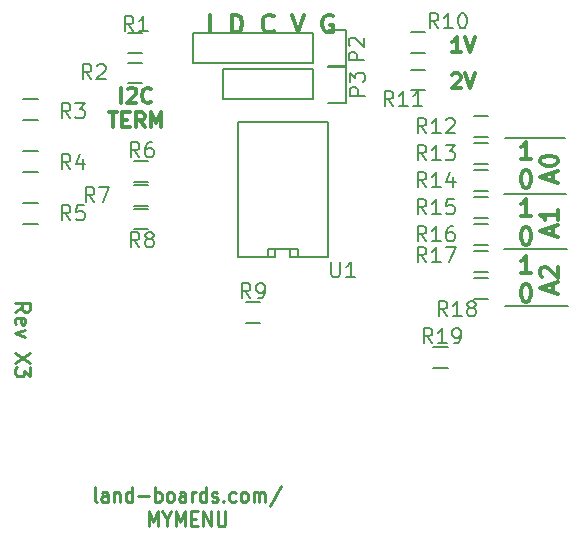
<source format=gto>
G04 #@! TF.FileFunction,Legend,Top*
%FSLAX46Y46*%
G04 Gerber Fmt 4.6, Leading zero omitted, Abs format (unit mm)*
G04 Created by KiCad (PCBNEW (after 2015-mar-04 BZR unknown)-product) date 7/16/2015 5:07:47 PM*
%MOMM*%
G01*
G04 APERTURE LIST*
%ADD10C,0.150000*%
%ADD11C,0.200000*%
%ADD12C,0.300000*%
%ADD13C,0.222250*%
%ADD14C,0.285750*%
G04 APERTURE END LIST*
D10*
D11*
X138176000Y-93472000D02*
X143510000Y-93472000D01*
D12*
X105694238Y-76243524D02*
X105694238Y-74973524D01*
X106238524Y-75094476D02*
X106299000Y-75034000D01*
X106419952Y-74973524D01*
X106722333Y-74973524D01*
X106843286Y-75034000D01*
X106903762Y-75094476D01*
X106964238Y-75215429D01*
X106964238Y-75336381D01*
X106903762Y-75517810D01*
X106178048Y-76243524D01*
X106964238Y-76243524D01*
X108234238Y-76122571D02*
X108173762Y-76183048D01*
X107992333Y-76243524D01*
X107871381Y-76243524D01*
X107689953Y-76183048D01*
X107569000Y-76062095D01*
X107508524Y-75941143D01*
X107448048Y-75699238D01*
X107448048Y-75517810D01*
X107508524Y-75275905D01*
X107569000Y-75154952D01*
X107689953Y-75034000D01*
X107871381Y-74973524D01*
X107992333Y-74973524D01*
X108173762Y-75034000D01*
X108234238Y-75094476D01*
X104635904Y-77051524D02*
X105361619Y-77051524D01*
X104998762Y-78321524D02*
X104998762Y-77051524D01*
X105784952Y-77656286D02*
X106208285Y-77656286D01*
X106389714Y-78321524D02*
X105784952Y-78321524D01*
X105784952Y-77051524D01*
X106389714Y-77051524D01*
X107659714Y-78321524D02*
X107236381Y-77716762D01*
X106934000Y-78321524D02*
X106934000Y-77051524D01*
X107417809Y-77051524D01*
X107538762Y-77112000D01*
X107599238Y-77172476D01*
X107659714Y-77293429D01*
X107659714Y-77474857D01*
X107599238Y-77595810D01*
X107538762Y-77656286D01*
X107417809Y-77716762D01*
X106934000Y-77716762D01*
X108204000Y-78321524D02*
X108204000Y-77051524D01*
X108627333Y-77958667D01*
X109050667Y-77051524D01*
X109050667Y-78321524D01*
X134438572Y-71948524D02*
X133712858Y-71948524D01*
X134075715Y-71948524D02*
X134075715Y-70678524D01*
X133954763Y-70859952D01*
X133833810Y-70980905D01*
X133712858Y-71041381D01*
X134801429Y-70678524D02*
X135224763Y-71948524D01*
X135648096Y-70678524D01*
X133712858Y-73847476D02*
X133773334Y-73787000D01*
X133894286Y-73726524D01*
X134196667Y-73726524D01*
X134317620Y-73787000D01*
X134378096Y-73847476D01*
X134438572Y-73968429D01*
X134438572Y-74089381D01*
X134378096Y-74270810D01*
X133652382Y-74996524D01*
X134438572Y-74996524D01*
X134801429Y-73726524D02*
X135224763Y-74996524D01*
X135648096Y-73726524D01*
D11*
X138176000Y-79248000D02*
X143256000Y-79248000D01*
D12*
X140382572Y-81012571D02*
X139525429Y-81012571D01*
X139954001Y-81012571D02*
X139954001Y-79512571D01*
X139811144Y-79726857D01*
X139668286Y-79869714D01*
X139525429Y-79941143D01*
X139882572Y-81912571D02*
X140025429Y-81912571D01*
X140168286Y-81984000D01*
X140239715Y-82055429D01*
X140311144Y-82198286D01*
X140382572Y-82484000D01*
X140382572Y-82841143D01*
X140311144Y-83126857D01*
X140239715Y-83269714D01*
X140168286Y-83341143D01*
X140025429Y-83412571D01*
X139882572Y-83412571D01*
X139739715Y-83341143D01*
X139668286Y-83269714D01*
X139596858Y-83126857D01*
X139525429Y-82841143D01*
X139525429Y-82484000D01*
X139596858Y-82198286D01*
X139668286Y-82055429D01*
X139739715Y-81984000D01*
X139882572Y-81912571D01*
D11*
X138054000Y-88570000D02*
X143454000Y-88570000D01*
X138054000Y-83970000D02*
X143354000Y-83970000D01*
D12*
X142236000Y-92257428D02*
X142236000Y-91543142D01*
X142664571Y-92400285D02*
X141164571Y-91900285D01*
X142664571Y-91400285D01*
X141307429Y-90971714D02*
X141236000Y-90900285D01*
X141164571Y-90757428D01*
X141164571Y-90400285D01*
X141236000Y-90257428D01*
X141307429Y-90185999D01*
X141450286Y-90114571D01*
X141593143Y-90114571D01*
X141807429Y-90185999D01*
X142664571Y-91043142D01*
X142664571Y-90114571D01*
X142236000Y-87431428D02*
X142236000Y-86717142D01*
X142664571Y-87574285D02*
X141164571Y-87074285D01*
X142664571Y-86574285D01*
X142664571Y-85288571D02*
X142664571Y-86145714D01*
X142664571Y-85717142D02*
X141164571Y-85717142D01*
X141378857Y-85859999D01*
X141521714Y-86002857D01*
X141593143Y-86145714D01*
X142236000Y-82859428D02*
X142236000Y-82145142D01*
X142664571Y-83002285D02*
X141164571Y-82502285D01*
X142664571Y-82002285D01*
X141164571Y-81216571D02*
X141164571Y-81073714D01*
X141236000Y-80930857D01*
X141307429Y-80859428D01*
X141450286Y-80787999D01*
X141736000Y-80716571D01*
X142093143Y-80716571D01*
X142378857Y-80787999D01*
X142521714Y-80859428D01*
X142593143Y-80930857D01*
X142664571Y-81073714D01*
X142664571Y-81216571D01*
X142593143Y-81359428D01*
X142521714Y-81430857D01*
X142378857Y-81502285D01*
X142093143Y-81573714D01*
X141736000Y-81573714D01*
X141450286Y-81502285D01*
X141307429Y-81430857D01*
X141236000Y-81359428D01*
X141164571Y-81216571D01*
X140382572Y-90664571D02*
X139525429Y-90664571D01*
X139954001Y-90664571D02*
X139954001Y-89164571D01*
X139811144Y-89378857D01*
X139668286Y-89521714D01*
X139525429Y-89593143D01*
X139882572Y-91564571D02*
X140025429Y-91564571D01*
X140168286Y-91636000D01*
X140239715Y-91707429D01*
X140311144Y-91850286D01*
X140382572Y-92136000D01*
X140382572Y-92493143D01*
X140311144Y-92778857D01*
X140239715Y-92921714D01*
X140168286Y-92993143D01*
X140025429Y-93064571D01*
X139882572Y-93064571D01*
X139739715Y-92993143D01*
X139668286Y-92921714D01*
X139596858Y-92778857D01*
X139525429Y-92493143D01*
X139525429Y-92136000D01*
X139596858Y-91850286D01*
X139668286Y-91707429D01*
X139739715Y-91636000D01*
X139882572Y-91564571D01*
X140382572Y-85838571D02*
X139525429Y-85838571D01*
X139954001Y-85838571D02*
X139954001Y-84338571D01*
X139811144Y-84552857D01*
X139668286Y-84695714D01*
X139525429Y-84767143D01*
X139882572Y-86738571D02*
X140025429Y-86738571D01*
X140168286Y-86810000D01*
X140239715Y-86881429D01*
X140311144Y-87024286D01*
X140382572Y-87310000D01*
X140382572Y-87667143D01*
X140311144Y-87952857D01*
X140239715Y-88095714D01*
X140168286Y-88167143D01*
X140025429Y-88238571D01*
X139882572Y-88238571D01*
X139739715Y-88167143D01*
X139668286Y-88095714D01*
X139596858Y-87952857D01*
X139525429Y-87667143D01*
X139525429Y-87310000D01*
X139596858Y-87024286D01*
X139668286Y-86881429D01*
X139739715Y-86810000D01*
X139882572Y-86738571D01*
X113221429Y-70278571D02*
X113221429Y-68778571D01*
X115078572Y-70278571D02*
X115078572Y-68778571D01*
X115435715Y-68778571D01*
X115650000Y-68850000D01*
X115792858Y-68992857D01*
X115864286Y-69135714D01*
X115935715Y-69421429D01*
X115935715Y-69635714D01*
X115864286Y-69921429D01*
X115792858Y-70064286D01*
X115650000Y-70207143D01*
X115435715Y-70278571D01*
X115078572Y-70278571D01*
X118578572Y-70135714D02*
X118507143Y-70207143D01*
X118292857Y-70278571D01*
X118150000Y-70278571D01*
X117935715Y-70207143D01*
X117792857Y-70064286D01*
X117721429Y-69921429D01*
X117650000Y-69635714D01*
X117650000Y-69421429D01*
X117721429Y-69135714D01*
X117792857Y-68992857D01*
X117935715Y-68850000D01*
X118150000Y-68778571D01*
X118292857Y-68778571D01*
X118507143Y-68850000D01*
X118578572Y-68921429D01*
X120150000Y-68778571D02*
X120650000Y-70278571D01*
X121150000Y-68778571D01*
X123578571Y-68850000D02*
X123435714Y-68778571D01*
X123221428Y-68778571D01*
X123007143Y-68850000D01*
X122864285Y-68992857D01*
X122792857Y-69135714D01*
X122721428Y-69421429D01*
X122721428Y-69635714D01*
X122792857Y-69921429D01*
X122864285Y-70064286D01*
X123007143Y-70207143D01*
X123221428Y-70278571D01*
X123364285Y-70278571D01*
X123578571Y-70207143D01*
X123650000Y-70135714D01*
X123650000Y-69635714D01*
X123364285Y-69635714D01*
D13*
X96707476Y-93937667D02*
X97312238Y-93514334D01*
X96707476Y-93211953D02*
X97977476Y-93211953D01*
X97977476Y-93695762D01*
X97917000Y-93816715D01*
X97856524Y-93877191D01*
X97735571Y-93937667D01*
X97554143Y-93937667D01*
X97433190Y-93877191D01*
X97372714Y-93816715D01*
X97312238Y-93695762D01*
X97312238Y-93211953D01*
X96767952Y-94965762D02*
X96707476Y-94844810D01*
X96707476Y-94602905D01*
X96767952Y-94481953D01*
X96888905Y-94421477D01*
X97372714Y-94421477D01*
X97493667Y-94481953D01*
X97554143Y-94602905D01*
X97554143Y-94844810D01*
X97493667Y-94965762D01*
X97372714Y-95026239D01*
X97251762Y-95026239D01*
X97130810Y-94421477D01*
X97554143Y-95449572D02*
X96707476Y-95751953D01*
X97554143Y-96054333D01*
X97977476Y-97384810D02*
X96707476Y-98231476D01*
X97977476Y-98231476D02*
X96707476Y-97384810D01*
X97977476Y-98594334D02*
X97977476Y-99380524D01*
X97493667Y-98957191D01*
X97493667Y-99138619D01*
X97433190Y-99259572D01*
X97372714Y-99320048D01*
X97251762Y-99380524D01*
X96949381Y-99380524D01*
X96828429Y-99320048D01*
X96767952Y-99259572D01*
X96707476Y-99138619D01*
X96707476Y-98775762D01*
X96767952Y-98654810D01*
X96828429Y-98594334D01*
D14*
X103604786Y-110032649D02*
X103495928Y-109972173D01*
X103441500Y-109851220D01*
X103441500Y-108762649D01*
X104530071Y-110032649D02*
X104530071Y-109367411D01*
X104475642Y-109246458D01*
X104366785Y-109185982D01*
X104149071Y-109185982D01*
X104040214Y-109246458D01*
X104530071Y-109972173D02*
X104421214Y-110032649D01*
X104149071Y-110032649D01*
X104040214Y-109972173D01*
X103985785Y-109851220D01*
X103985785Y-109730268D01*
X104040214Y-109609315D01*
X104149071Y-109548839D01*
X104421214Y-109548839D01*
X104530071Y-109488363D01*
X105074357Y-109185982D02*
X105074357Y-110032649D01*
X105074357Y-109306935D02*
X105128785Y-109246458D01*
X105237643Y-109185982D01*
X105400928Y-109185982D01*
X105509785Y-109246458D01*
X105564214Y-109367411D01*
X105564214Y-110032649D01*
X106598357Y-110032649D02*
X106598357Y-108762649D01*
X106598357Y-109972173D02*
X106489500Y-110032649D01*
X106271786Y-110032649D01*
X106162928Y-109972173D01*
X106108500Y-109911696D01*
X106054071Y-109790744D01*
X106054071Y-109427887D01*
X106108500Y-109306935D01*
X106162928Y-109246458D01*
X106271786Y-109185982D01*
X106489500Y-109185982D01*
X106598357Y-109246458D01*
X107142643Y-109548839D02*
X108013500Y-109548839D01*
X108557786Y-110032649D02*
X108557786Y-108762649D01*
X108557786Y-109246458D02*
X108666643Y-109185982D01*
X108884357Y-109185982D01*
X108993214Y-109246458D01*
X109047643Y-109306935D01*
X109102072Y-109427887D01*
X109102072Y-109790744D01*
X109047643Y-109911696D01*
X108993214Y-109972173D01*
X108884357Y-110032649D01*
X108666643Y-110032649D01*
X108557786Y-109972173D01*
X109755215Y-110032649D02*
X109646357Y-109972173D01*
X109591929Y-109911696D01*
X109537500Y-109790744D01*
X109537500Y-109427887D01*
X109591929Y-109306935D01*
X109646357Y-109246458D01*
X109755215Y-109185982D01*
X109918500Y-109185982D01*
X110027357Y-109246458D01*
X110081786Y-109306935D01*
X110136215Y-109427887D01*
X110136215Y-109790744D01*
X110081786Y-109911696D01*
X110027357Y-109972173D01*
X109918500Y-110032649D01*
X109755215Y-110032649D01*
X111115929Y-110032649D02*
X111115929Y-109367411D01*
X111061500Y-109246458D01*
X110952643Y-109185982D01*
X110734929Y-109185982D01*
X110626072Y-109246458D01*
X111115929Y-109972173D02*
X111007072Y-110032649D01*
X110734929Y-110032649D01*
X110626072Y-109972173D01*
X110571643Y-109851220D01*
X110571643Y-109730268D01*
X110626072Y-109609315D01*
X110734929Y-109548839D01*
X111007072Y-109548839D01*
X111115929Y-109488363D01*
X111660215Y-110032649D02*
X111660215Y-109185982D01*
X111660215Y-109427887D02*
X111714643Y-109306935D01*
X111769072Y-109246458D01*
X111877929Y-109185982D01*
X111986786Y-109185982D01*
X112857643Y-110032649D02*
X112857643Y-108762649D01*
X112857643Y-109972173D02*
X112748786Y-110032649D01*
X112531072Y-110032649D01*
X112422214Y-109972173D01*
X112367786Y-109911696D01*
X112313357Y-109790744D01*
X112313357Y-109427887D01*
X112367786Y-109306935D01*
X112422214Y-109246458D01*
X112531072Y-109185982D01*
X112748786Y-109185982D01*
X112857643Y-109246458D01*
X113347500Y-109972173D02*
X113456357Y-110032649D01*
X113674072Y-110032649D01*
X113782929Y-109972173D01*
X113837357Y-109851220D01*
X113837357Y-109790744D01*
X113782929Y-109669792D01*
X113674072Y-109609315D01*
X113510786Y-109609315D01*
X113401929Y-109548839D01*
X113347500Y-109427887D01*
X113347500Y-109367411D01*
X113401929Y-109246458D01*
X113510786Y-109185982D01*
X113674072Y-109185982D01*
X113782929Y-109246458D01*
X114327215Y-109911696D02*
X114381643Y-109972173D01*
X114327215Y-110032649D01*
X114272786Y-109972173D01*
X114327215Y-109911696D01*
X114327215Y-110032649D01*
X115361358Y-109972173D02*
X115252501Y-110032649D01*
X115034787Y-110032649D01*
X114925929Y-109972173D01*
X114871501Y-109911696D01*
X114817072Y-109790744D01*
X114817072Y-109427887D01*
X114871501Y-109306935D01*
X114925929Y-109246458D01*
X115034787Y-109185982D01*
X115252501Y-109185982D01*
X115361358Y-109246458D01*
X116014501Y-110032649D02*
X115905643Y-109972173D01*
X115851215Y-109911696D01*
X115796786Y-109790744D01*
X115796786Y-109427887D01*
X115851215Y-109306935D01*
X115905643Y-109246458D01*
X116014501Y-109185982D01*
X116177786Y-109185982D01*
X116286643Y-109246458D01*
X116341072Y-109306935D01*
X116395501Y-109427887D01*
X116395501Y-109790744D01*
X116341072Y-109911696D01*
X116286643Y-109972173D01*
X116177786Y-110032649D01*
X116014501Y-110032649D01*
X116885358Y-110032649D02*
X116885358Y-109185982D01*
X116885358Y-109306935D02*
X116939786Y-109246458D01*
X117048644Y-109185982D01*
X117211929Y-109185982D01*
X117320786Y-109246458D01*
X117375215Y-109367411D01*
X117375215Y-110032649D01*
X117375215Y-109367411D02*
X117429644Y-109246458D01*
X117538501Y-109185982D01*
X117701786Y-109185982D01*
X117810644Y-109246458D01*
X117865072Y-109367411D01*
X117865072Y-110032649D01*
X119225786Y-108702173D02*
X118246072Y-110335030D01*
X108013500Y-112096399D02*
X108013500Y-110826399D01*
X108394500Y-111733542D01*
X108775500Y-110826399D01*
X108775500Y-112096399D01*
X109537500Y-111491637D02*
X109537500Y-112096399D01*
X109156500Y-110826399D02*
X109537500Y-111491637D01*
X109918500Y-110826399D01*
X110299500Y-112096399D02*
X110299500Y-110826399D01*
X110680500Y-111733542D01*
X111061500Y-110826399D01*
X111061500Y-112096399D01*
X111605786Y-111431161D02*
X111986786Y-111431161D01*
X112150072Y-112096399D02*
X111605786Y-112096399D01*
X111605786Y-110826399D01*
X112150072Y-110826399D01*
X112639929Y-112096399D02*
X112639929Y-110826399D01*
X113293072Y-112096399D01*
X113293072Y-110826399D01*
X113837358Y-110826399D02*
X113837358Y-111854494D01*
X113891786Y-111975446D01*
X113946215Y-112035923D01*
X114055072Y-112096399D01*
X114272786Y-112096399D01*
X114381644Y-112035923D01*
X114436072Y-111975446D01*
X114490501Y-111854494D01*
X114490501Y-110826399D01*
D10*
X130210000Y-70245000D02*
X131410000Y-70245000D01*
X131410000Y-71995000D02*
X130210000Y-71995000D01*
X130210000Y-73420000D02*
X131410000Y-73420000D01*
X131410000Y-75170000D02*
X130210000Y-75170000D01*
X123190000Y-70078000D02*
X124740000Y-70078000D01*
X124740000Y-70078000D02*
X124740000Y-73178000D01*
X124740000Y-73178000D02*
X123190000Y-73178000D01*
X121920000Y-72898000D02*
X111760000Y-72898000D01*
X111760000Y-72898000D02*
X111760000Y-70358000D01*
X111760000Y-70358000D02*
X121920000Y-70358000D01*
X121920000Y-72898000D02*
X121920000Y-70358000D01*
X135544000Y-77357000D02*
X136744000Y-77357000D01*
X136744000Y-79107000D02*
X135544000Y-79107000D01*
X135544000Y-79643000D02*
X136744000Y-79643000D01*
X136744000Y-81393000D02*
X135544000Y-81393000D01*
X135544000Y-84215000D02*
X136744000Y-84215000D01*
X136744000Y-85965000D02*
X135544000Y-85965000D01*
X135544000Y-88787000D02*
X136744000Y-88787000D01*
X136744000Y-90537000D02*
X135544000Y-90537000D01*
X107484000Y-72055000D02*
X106284000Y-72055000D01*
X106284000Y-70305000D02*
X107484000Y-70305000D01*
X107484000Y-74595000D02*
X106284000Y-74595000D01*
X106284000Y-72845000D02*
X107484000Y-72845000D01*
X97400000Y-84725000D02*
X98600000Y-84725000D01*
X98600000Y-86475000D02*
X97400000Y-86475000D01*
X97400000Y-80325000D02*
X98600000Y-80325000D01*
X98600000Y-82075000D02*
X97400000Y-82075000D01*
X97400000Y-75925000D02*
X98600000Y-75925000D01*
X98600000Y-77675000D02*
X97400000Y-77675000D01*
X107940000Y-82945000D02*
X106740000Y-82945000D01*
X106740000Y-81195000D02*
X107940000Y-81195000D01*
X107940000Y-84945000D02*
X106740000Y-84945000D01*
X106740000Y-83195000D02*
X107940000Y-83195000D01*
X107940000Y-86945000D02*
X106740000Y-86945000D01*
X106740000Y-85195000D02*
X107940000Y-85195000D01*
X117440000Y-94855000D02*
X116240000Y-94855000D01*
X116240000Y-93105000D02*
X117440000Y-93105000D01*
X132115000Y-96915000D02*
X133315000Y-96915000D01*
X133315000Y-98665000D02*
X132115000Y-98665000D01*
X136744000Y-83679000D02*
X135544000Y-83679000D01*
X135544000Y-81929000D02*
X136744000Y-81929000D01*
X136744000Y-88251000D02*
X135544000Y-88251000D01*
X135544000Y-86501000D02*
X136744000Y-86501000D01*
X136744000Y-92823000D02*
X135544000Y-92823000D01*
X135544000Y-91073000D02*
X136744000Y-91073000D01*
X120650000Y-89281000D02*
X120015000Y-89281000D01*
X120015000Y-89281000D02*
X120015000Y-88646000D01*
X120015000Y-88646000D02*
X118745000Y-88646000D01*
X118745000Y-88646000D02*
X118745000Y-89281000D01*
X118745000Y-89281000D02*
X118110000Y-89281000D01*
X115570000Y-89281000D02*
X115570000Y-77851000D01*
X115570000Y-77851000D02*
X123190000Y-77851000D01*
X123190000Y-77851000D02*
X123190000Y-89281000D01*
X123190000Y-89281000D02*
X120650000Y-89281000D01*
X120650000Y-89281000D02*
X120650000Y-88646000D01*
X120650000Y-88646000D02*
X118110000Y-88646000D01*
X118110000Y-88646000D02*
X118110000Y-89281000D01*
X118110000Y-89281000D02*
X115570000Y-89281000D01*
X121920000Y-73406000D02*
X114300000Y-73406000D01*
X121920000Y-75946000D02*
X114300000Y-75946000D01*
X124740000Y-76226000D02*
X123190000Y-76226000D01*
X114300000Y-73406000D02*
X114300000Y-75946000D01*
X121920000Y-75946000D02*
X121920000Y-73406000D01*
X123190000Y-73126000D02*
X124740000Y-73126000D01*
X124740000Y-73126000D02*
X124740000Y-76226000D01*
X132533571Y-69916524D02*
X132110238Y-69311762D01*
X131807857Y-69916524D02*
X131807857Y-68646524D01*
X132291666Y-68646524D01*
X132412619Y-68707000D01*
X132473095Y-68767476D01*
X132533571Y-68888429D01*
X132533571Y-69069857D01*
X132473095Y-69190810D01*
X132412619Y-69251286D01*
X132291666Y-69311762D01*
X131807857Y-69311762D01*
X133743095Y-69916524D02*
X133017381Y-69916524D01*
X133380238Y-69916524D02*
X133380238Y-68646524D01*
X133259286Y-68827952D01*
X133138333Y-68948905D01*
X133017381Y-69009381D01*
X134529286Y-68646524D02*
X134650238Y-68646524D01*
X134771190Y-68707000D01*
X134831667Y-68767476D01*
X134892143Y-68888429D01*
X134952619Y-69130333D01*
X134952619Y-69432714D01*
X134892143Y-69674619D01*
X134831667Y-69795571D01*
X134771190Y-69856048D01*
X134650238Y-69916524D01*
X134529286Y-69916524D01*
X134408333Y-69856048D01*
X134347857Y-69795571D01*
X134287381Y-69674619D01*
X134226905Y-69432714D01*
X134226905Y-69130333D01*
X134287381Y-68888429D01*
X134347857Y-68767476D01*
X134408333Y-68707000D01*
X134529286Y-68646524D01*
X128723571Y-76520524D02*
X128300238Y-75915762D01*
X127997857Y-76520524D02*
X127997857Y-75250524D01*
X128481666Y-75250524D01*
X128602619Y-75311000D01*
X128663095Y-75371476D01*
X128723571Y-75492429D01*
X128723571Y-75673857D01*
X128663095Y-75794810D01*
X128602619Y-75855286D01*
X128481666Y-75915762D01*
X127997857Y-75915762D01*
X129933095Y-76520524D02*
X129207381Y-76520524D01*
X129570238Y-76520524D02*
X129570238Y-75250524D01*
X129449286Y-75431952D01*
X129328333Y-75552905D01*
X129207381Y-75613381D01*
X131142619Y-76520524D02*
X130416905Y-76520524D01*
X130779762Y-76520524D02*
X130779762Y-75250524D01*
X130658810Y-75431952D01*
X130537857Y-75552905D01*
X130416905Y-75613381D01*
X126214524Y-72647381D02*
X124944524Y-72647381D01*
X124944524Y-72163572D01*
X125005000Y-72042619D01*
X125065476Y-71982143D01*
X125186429Y-71921667D01*
X125367857Y-71921667D01*
X125488810Y-71982143D01*
X125549286Y-72042619D01*
X125609762Y-72163572D01*
X125609762Y-72647381D01*
X125065476Y-71437857D02*
X125005000Y-71377381D01*
X124944524Y-71256429D01*
X124944524Y-70954048D01*
X125005000Y-70833095D01*
X125065476Y-70772619D01*
X125186429Y-70712143D01*
X125307381Y-70712143D01*
X125488810Y-70772619D01*
X126214524Y-71498333D01*
X126214524Y-70712143D01*
X131517571Y-78806524D02*
X131094238Y-78201762D01*
X130791857Y-78806524D02*
X130791857Y-77536524D01*
X131275666Y-77536524D01*
X131396619Y-77597000D01*
X131457095Y-77657476D01*
X131517571Y-77778429D01*
X131517571Y-77959857D01*
X131457095Y-78080810D01*
X131396619Y-78141286D01*
X131275666Y-78201762D01*
X130791857Y-78201762D01*
X132727095Y-78806524D02*
X132001381Y-78806524D01*
X132364238Y-78806524D02*
X132364238Y-77536524D01*
X132243286Y-77717952D01*
X132122333Y-77838905D01*
X132001381Y-77899381D01*
X133210905Y-77657476D02*
X133271381Y-77597000D01*
X133392333Y-77536524D01*
X133694714Y-77536524D01*
X133815667Y-77597000D01*
X133876143Y-77657476D01*
X133936619Y-77778429D01*
X133936619Y-77899381D01*
X133876143Y-78080810D01*
X133150429Y-78806524D01*
X133936619Y-78806524D01*
X131517571Y-81092524D02*
X131094238Y-80487762D01*
X130791857Y-81092524D02*
X130791857Y-79822524D01*
X131275666Y-79822524D01*
X131396619Y-79883000D01*
X131457095Y-79943476D01*
X131517571Y-80064429D01*
X131517571Y-80245857D01*
X131457095Y-80366810D01*
X131396619Y-80427286D01*
X131275666Y-80487762D01*
X130791857Y-80487762D01*
X132727095Y-81092524D02*
X132001381Y-81092524D01*
X132364238Y-81092524D02*
X132364238Y-79822524D01*
X132243286Y-80003952D01*
X132122333Y-80124905D01*
X132001381Y-80185381D01*
X133150429Y-79822524D02*
X133936619Y-79822524D01*
X133513286Y-80306333D01*
X133694714Y-80306333D01*
X133815667Y-80366810D01*
X133876143Y-80427286D01*
X133936619Y-80548238D01*
X133936619Y-80850619D01*
X133876143Y-80971571D01*
X133815667Y-81032048D01*
X133694714Y-81092524D01*
X133331857Y-81092524D01*
X133210905Y-81032048D01*
X133150429Y-80971571D01*
X131517571Y-85664524D02*
X131094238Y-85059762D01*
X130791857Y-85664524D02*
X130791857Y-84394524D01*
X131275666Y-84394524D01*
X131396619Y-84455000D01*
X131457095Y-84515476D01*
X131517571Y-84636429D01*
X131517571Y-84817857D01*
X131457095Y-84938810D01*
X131396619Y-84999286D01*
X131275666Y-85059762D01*
X130791857Y-85059762D01*
X132727095Y-85664524D02*
X132001381Y-85664524D01*
X132364238Y-85664524D02*
X132364238Y-84394524D01*
X132243286Y-84575952D01*
X132122333Y-84696905D01*
X132001381Y-84757381D01*
X133876143Y-84394524D02*
X133271381Y-84394524D01*
X133210905Y-84999286D01*
X133271381Y-84938810D01*
X133392333Y-84878333D01*
X133694714Y-84878333D01*
X133815667Y-84938810D01*
X133876143Y-84999286D01*
X133936619Y-85120238D01*
X133936619Y-85422619D01*
X133876143Y-85543571D01*
X133815667Y-85604048D01*
X133694714Y-85664524D01*
X133392333Y-85664524D01*
X133271381Y-85604048D01*
X133210905Y-85543571D01*
X131517571Y-89728524D02*
X131094238Y-89123762D01*
X130791857Y-89728524D02*
X130791857Y-88458524D01*
X131275666Y-88458524D01*
X131396619Y-88519000D01*
X131457095Y-88579476D01*
X131517571Y-88700429D01*
X131517571Y-88881857D01*
X131457095Y-89002810D01*
X131396619Y-89063286D01*
X131275666Y-89123762D01*
X130791857Y-89123762D01*
X132727095Y-89728524D02*
X132001381Y-89728524D01*
X132364238Y-89728524D02*
X132364238Y-88458524D01*
X132243286Y-88639952D01*
X132122333Y-88760905D01*
X132001381Y-88821381D01*
X133150429Y-88458524D02*
X133997095Y-88458524D01*
X133452810Y-89728524D01*
X106722333Y-70170524D02*
X106299000Y-69565762D01*
X105996619Y-70170524D02*
X105996619Y-68900524D01*
X106480428Y-68900524D01*
X106601381Y-68961000D01*
X106661857Y-69021476D01*
X106722333Y-69142429D01*
X106722333Y-69323857D01*
X106661857Y-69444810D01*
X106601381Y-69505286D01*
X106480428Y-69565762D01*
X105996619Y-69565762D01*
X107931857Y-70170524D02*
X107206143Y-70170524D01*
X107569000Y-70170524D02*
X107569000Y-68900524D01*
X107448048Y-69081952D01*
X107327095Y-69202905D01*
X107206143Y-69263381D01*
X103166333Y-74234524D02*
X102743000Y-73629762D01*
X102440619Y-74234524D02*
X102440619Y-72964524D01*
X102924428Y-72964524D01*
X103045381Y-73025000D01*
X103105857Y-73085476D01*
X103166333Y-73206429D01*
X103166333Y-73387857D01*
X103105857Y-73508810D01*
X103045381Y-73569286D01*
X102924428Y-73629762D01*
X102440619Y-73629762D01*
X103650143Y-73085476D02*
X103710619Y-73025000D01*
X103831571Y-72964524D01*
X104133952Y-72964524D01*
X104254905Y-73025000D01*
X104315381Y-73085476D01*
X104375857Y-73206429D01*
X104375857Y-73327381D01*
X104315381Y-73508810D01*
X103589667Y-74234524D01*
X104375857Y-74234524D01*
X101388333Y-86172524D02*
X100965000Y-85567762D01*
X100662619Y-86172524D02*
X100662619Y-84902524D01*
X101146428Y-84902524D01*
X101267381Y-84963000D01*
X101327857Y-85023476D01*
X101388333Y-85144429D01*
X101388333Y-85325857D01*
X101327857Y-85446810D01*
X101267381Y-85507286D01*
X101146428Y-85567762D01*
X100662619Y-85567762D01*
X102537381Y-84902524D02*
X101932619Y-84902524D01*
X101872143Y-85507286D01*
X101932619Y-85446810D01*
X102053571Y-85386333D01*
X102355952Y-85386333D01*
X102476905Y-85446810D01*
X102537381Y-85507286D01*
X102597857Y-85628238D01*
X102597857Y-85930619D01*
X102537381Y-86051571D01*
X102476905Y-86112048D01*
X102355952Y-86172524D01*
X102053571Y-86172524D01*
X101932619Y-86112048D01*
X101872143Y-86051571D01*
X101388333Y-81854524D02*
X100965000Y-81249762D01*
X100662619Y-81854524D02*
X100662619Y-80584524D01*
X101146428Y-80584524D01*
X101267381Y-80645000D01*
X101327857Y-80705476D01*
X101388333Y-80826429D01*
X101388333Y-81007857D01*
X101327857Y-81128810D01*
X101267381Y-81189286D01*
X101146428Y-81249762D01*
X100662619Y-81249762D01*
X102476905Y-81007857D02*
X102476905Y-81854524D01*
X102174524Y-80524048D02*
X101872143Y-81431190D01*
X102658333Y-81431190D01*
X101388333Y-77536524D02*
X100965000Y-76931762D01*
X100662619Y-77536524D02*
X100662619Y-76266524D01*
X101146428Y-76266524D01*
X101267381Y-76327000D01*
X101327857Y-76387476D01*
X101388333Y-76508429D01*
X101388333Y-76689857D01*
X101327857Y-76810810D01*
X101267381Y-76871286D01*
X101146428Y-76931762D01*
X100662619Y-76931762D01*
X101811667Y-76266524D02*
X102597857Y-76266524D01*
X102174524Y-76750333D01*
X102355952Y-76750333D01*
X102476905Y-76810810D01*
X102537381Y-76871286D01*
X102597857Y-76992238D01*
X102597857Y-77294619D01*
X102537381Y-77415571D01*
X102476905Y-77476048D01*
X102355952Y-77536524D01*
X101993095Y-77536524D01*
X101872143Y-77476048D01*
X101811667Y-77415571D01*
X107230333Y-80838524D02*
X106807000Y-80233762D01*
X106504619Y-80838524D02*
X106504619Y-79568524D01*
X106988428Y-79568524D01*
X107109381Y-79629000D01*
X107169857Y-79689476D01*
X107230333Y-79810429D01*
X107230333Y-79991857D01*
X107169857Y-80112810D01*
X107109381Y-80173286D01*
X106988428Y-80233762D01*
X106504619Y-80233762D01*
X108318905Y-79568524D02*
X108077000Y-79568524D01*
X107956048Y-79629000D01*
X107895571Y-79689476D01*
X107774619Y-79870905D01*
X107714143Y-80112810D01*
X107714143Y-80596619D01*
X107774619Y-80717571D01*
X107835095Y-80778048D01*
X107956048Y-80838524D01*
X108197952Y-80838524D01*
X108318905Y-80778048D01*
X108379381Y-80717571D01*
X108439857Y-80596619D01*
X108439857Y-80294238D01*
X108379381Y-80173286D01*
X108318905Y-80112810D01*
X108197952Y-80052333D01*
X107956048Y-80052333D01*
X107835095Y-80112810D01*
X107774619Y-80173286D01*
X107714143Y-80294238D01*
X103420333Y-84648524D02*
X102997000Y-84043762D01*
X102694619Y-84648524D02*
X102694619Y-83378524D01*
X103178428Y-83378524D01*
X103299381Y-83439000D01*
X103359857Y-83499476D01*
X103420333Y-83620429D01*
X103420333Y-83801857D01*
X103359857Y-83922810D01*
X103299381Y-83983286D01*
X103178428Y-84043762D01*
X102694619Y-84043762D01*
X103843667Y-83378524D02*
X104690333Y-83378524D01*
X104146048Y-84648524D01*
X107230333Y-88458524D02*
X106807000Y-87853762D01*
X106504619Y-88458524D02*
X106504619Y-87188524D01*
X106988428Y-87188524D01*
X107109381Y-87249000D01*
X107169857Y-87309476D01*
X107230333Y-87430429D01*
X107230333Y-87611857D01*
X107169857Y-87732810D01*
X107109381Y-87793286D01*
X106988428Y-87853762D01*
X106504619Y-87853762D01*
X107956048Y-87732810D02*
X107835095Y-87672333D01*
X107774619Y-87611857D01*
X107714143Y-87490905D01*
X107714143Y-87430429D01*
X107774619Y-87309476D01*
X107835095Y-87249000D01*
X107956048Y-87188524D01*
X108197952Y-87188524D01*
X108318905Y-87249000D01*
X108379381Y-87309476D01*
X108439857Y-87430429D01*
X108439857Y-87490905D01*
X108379381Y-87611857D01*
X108318905Y-87672333D01*
X108197952Y-87732810D01*
X107956048Y-87732810D01*
X107835095Y-87793286D01*
X107774619Y-87853762D01*
X107714143Y-87974714D01*
X107714143Y-88216619D01*
X107774619Y-88337571D01*
X107835095Y-88398048D01*
X107956048Y-88458524D01*
X108197952Y-88458524D01*
X108318905Y-88398048D01*
X108379381Y-88337571D01*
X108439857Y-88216619D01*
X108439857Y-87974714D01*
X108379381Y-87853762D01*
X108318905Y-87793286D01*
X108197952Y-87732810D01*
X116628333Y-92776524D02*
X116205000Y-92171762D01*
X115902619Y-92776524D02*
X115902619Y-91506524D01*
X116386428Y-91506524D01*
X116507381Y-91567000D01*
X116567857Y-91627476D01*
X116628333Y-91748429D01*
X116628333Y-91929857D01*
X116567857Y-92050810D01*
X116507381Y-92111286D01*
X116386428Y-92171762D01*
X115902619Y-92171762D01*
X117233095Y-92776524D02*
X117475000Y-92776524D01*
X117595952Y-92716048D01*
X117656428Y-92655571D01*
X117777381Y-92474143D01*
X117837857Y-92232238D01*
X117837857Y-91748429D01*
X117777381Y-91627476D01*
X117716905Y-91567000D01*
X117595952Y-91506524D01*
X117354048Y-91506524D01*
X117233095Y-91567000D01*
X117172619Y-91627476D01*
X117112143Y-91748429D01*
X117112143Y-92050810D01*
X117172619Y-92171762D01*
X117233095Y-92232238D01*
X117354048Y-92292714D01*
X117595952Y-92292714D01*
X117716905Y-92232238D01*
X117777381Y-92171762D01*
X117837857Y-92050810D01*
X132025571Y-96586524D02*
X131602238Y-95981762D01*
X131299857Y-96586524D02*
X131299857Y-95316524D01*
X131783666Y-95316524D01*
X131904619Y-95377000D01*
X131965095Y-95437476D01*
X132025571Y-95558429D01*
X132025571Y-95739857D01*
X131965095Y-95860810D01*
X131904619Y-95921286D01*
X131783666Y-95981762D01*
X131299857Y-95981762D01*
X133235095Y-96586524D02*
X132509381Y-96586524D01*
X132872238Y-96586524D02*
X132872238Y-95316524D01*
X132751286Y-95497952D01*
X132630333Y-95618905D01*
X132509381Y-95679381D01*
X133839857Y-96586524D02*
X134081762Y-96586524D01*
X134202714Y-96526048D01*
X134263190Y-96465571D01*
X134384143Y-96284143D01*
X134444619Y-96042238D01*
X134444619Y-95558429D01*
X134384143Y-95437476D01*
X134323667Y-95377000D01*
X134202714Y-95316524D01*
X133960810Y-95316524D01*
X133839857Y-95377000D01*
X133779381Y-95437476D01*
X133718905Y-95558429D01*
X133718905Y-95860810D01*
X133779381Y-95981762D01*
X133839857Y-96042238D01*
X133960810Y-96102714D01*
X134202714Y-96102714D01*
X134323667Y-96042238D01*
X134384143Y-95981762D01*
X134444619Y-95860810D01*
X131517571Y-83378524D02*
X131094238Y-82773762D01*
X130791857Y-83378524D02*
X130791857Y-82108524D01*
X131275666Y-82108524D01*
X131396619Y-82169000D01*
X131457095Y-82229476D01*
X131517571Y-82350429D01*
X131517571Y-82531857D01*
X131457095Y-82652810D01*
X131396619Y-82713286D01*
X131275666Y-82773762D01*
X130791857Y-82773762D01*
X132727095Y-83378524D02*
X132001381Y-83378524D01*
X132364238Y-83378524D02*
X132364238Y-82108524D01*
X132243286Y-82289952D01*
X132122333Y-82410905D01*
X132001381Y-82471381D01*
X133815667Y-82531857D02*
X133815667Y-83378524D01*
X133513286Y-82048048D02*
X133210905Y-82955190D01*
X133997095Y-82955190D01*
X131517571Y-87950524D02*
X131094238Y-87345762D01*
X130791857Y-87950524D02*
X130791857Y-86680524D01*
X131275666Y-86680524D01*
X131396619Y-86741000D01*
X131457095Y-86801476D01*
X131517571Y-86922429D01*
X131517571Y-87103857D01*
X131457095Y-87224810D01*
X131396619Y-87285286D01*
X131275666Y-87345762D01*
X130791857Y-87345762D01*
X132727095Y-87950524D02*
X132001381Y-87950524D01*
X132364238Y-87950524D02*
X132364238Y-86680524D01*
X132243286Y-86861952D01*
X132122333Y-86982905D01*
X132001381Y-87043381D01*
X133815667Y-86680524D02*
X133573762Y-86680524D01*
X133452810Y-86741000D01*
X133392333Y-86801476D01*
X133271381Y-86982905D01*
X133210905Y-87224810D01*
X133210905Y-87708619D01*
X133271381Y-87829571D01*
X133331857Y-87890048D01*
X133452810Y-87950524D01*
X133694714Y-87950524D01*
X133815667Y-87890048D01*
X133876143Y-87829571D01*
X133936619Y-87708619D01*
X133936619Y-87406238D01*
X133876143Y-87285286D01*
X133815667Y-87224810D01*
X133694714Y-87164333D01*
X133452810Y-87164333D01*
X133331857Y-87224810D01*
X133271381Y-87285286D01*
X133210905Y-87406238D01*
X133295571Y-94300524D02*
X132872238Y-93695762D01*
X132569857Y-94300524D02*
X132569857Y-93030524D01*
X133053666Y-93030524D01*
X133174619Y-93091000D01*
X133235095Y-93151476D01*
X133295571Y-93272429D01*
X133295571Y-93453857D01*
X133235095Y-93574810D01*
X133174619Y-93635286D01*
X133053666Y-93695762D01*
X132569857Y-93695762D01*
X134505095Y-94300524D02*
X133779381Y-94300524D01*
X134142238Y-94300524D02*
X134142238Y-93030524D01*
X134021286Y-93211952D01*
X133900333Y-93332905D01*
X133779381Y-93393381D01*
X135230810Y-93574810D02*
X135109857Y-93514333D01*
X135049381Y-93453857D01*
X134988905Y-93332905D01*
X134988905Y-93272429D01*
X135049381Y-93151476D01*
X135109857Y-93091000D01*
X135230810Y-93030524D01*
X135472714Y-93030524D01*
X135593667Y-93091000D01*
X135654143Y-93151476D01*
X135714619Y-93272429D01*
X135714619Y-93332905D01*
X135654143Y-93453857D01*
X135593667Y-93514333D01*
X135472714Y-93574810D01*
X135230810Y-93574810D01*
X135109857Y-93635286D01*
X135049381Y-93695762D01*
X134988905Y-93816714D01*
X134988905Y-94058619D01*
X135049381Y-94179571D01*
X135109857Y-94240048D01*
X135230810Y-94300524D01*
X135472714Y-94300524D01*
X135593667Y-94240048D01*
X135654143Y-94179571D01*
X135714619Y-94058619D01*
X135714619Y-93816714D01*
X135654143Y-93695762D01*
X135593667Y-93635286D01*
X135472714Y-93574810D01*
X123472381Y-89732524D02*
X123472381Y-90760619D01*
X123532857Y-90881571D01*
X123593333Y-90942048D01*
X123714286Y-91002524D01*
X123956190Y-91002524D01*
X124077143Y-90942048D01*
X124137619Y-90881571D01*
X124198095Y-90760619D01*
X124198095Y-89732524D01*
X125468095Y-91002524D02*
X124742381Y-91002524D01*
X125105238Y-91002524D02*
X125105238Y-89732524D01*
X124984286Y-89913952D01*
X124863333Y-90034905D01*
X124742381Y-90095381D01*
X126304524Y-75613381D02*
X125034524Y-75613381D01*
X125034524Y-75129572D01*
X125095000Y-75008619D01*
X125155476Y-74948143D01*
X125276429Y-74887667D01*
X125457857Y-74887667D01*
X125578810Y-74948143D01*
X125639286Y-75008619D01*
X125699762Y-75129572D01*
X125699762Y-75613381D01*
X125034524Y-74464333D02*
X125034524Y-73678143D01*
X125518333Y-74101476D01*
X125518333Y-73920048D01*
X125578810Y-73799095D01*
X125639286Y-73738619D01*
X125760238Y-73678143D01*
X126062619Y-73678143D01*
X126183571Y-73738619D01*
X126244048Y-73799095D01*
X126304524Y-73920048D01*
X126304524Y-74282905D01*
X126244048Y-74403857D01*
X126183571Y-74464333D01*
M02*

</source>
